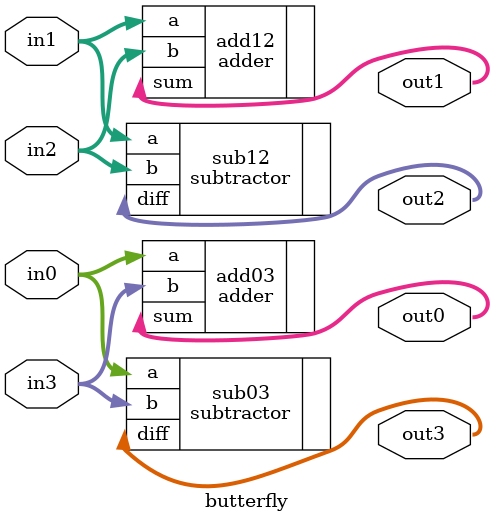
<source format=sv>
module butterfly #(
    parameter WIDTH = 16
)(
    input  logic signed [WIDTH-1:0] in0,
    input  logic signed [WIDTH-1:0] in1,
    input  logic signed [WIDTH-1:0] in2,
    input  logic signed [WIDTH-1:0] in3,
    output logic signed [WIDTH:0] out0,
    output logic signed [WIDTH:0] out1,
    output logic signed [WIDTH:0] out2,
    output logic signed [WIDTH:0] out3
);
    adder #(.WIDTH(WIDTH)) add03 (
        .a(in0),
        .b(in3),
        .sum(out0)
    );
    
    adder #(.WIDTH(WIDTH)) add12 (
        .a(in1),
        .b(in2),
        .sum(out1)
    );
    
    subtractor #(.WIDTH(WIDTH)) sub12 (
        .a(in1),
        .b(in2),
        .diff(out2)
    );
    
    subtractor #(.WIDTH(WIDTH)) sub03 (
        .a(in0),
        .b(in3),
        .diff(out3)
    );
endmodule

</source>
